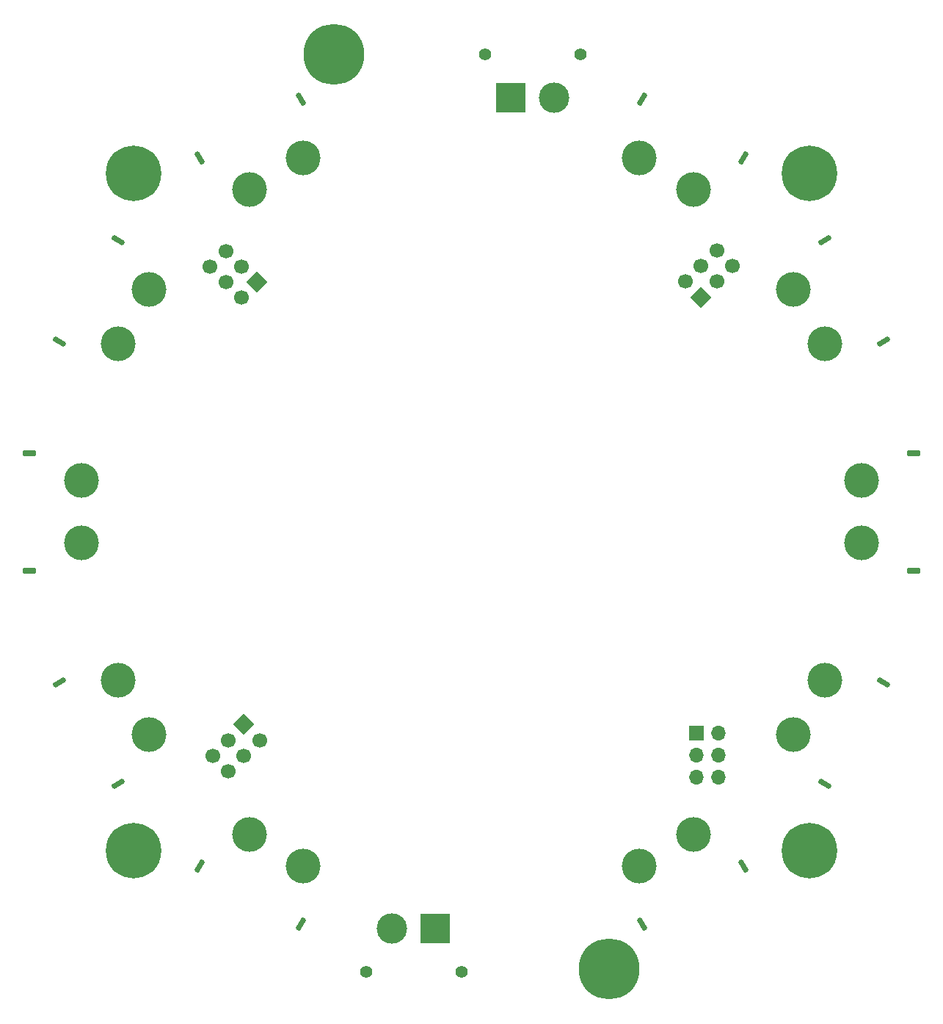
<source format=gbr>
%TF.GenerationSoftware,KiCad,Pcbnew,8.0.0*%
%TF.CreationDate,2024-06-13T18:26:09-04:00*%
%TF.ProjectId,PDB,5044422e-6b69-4636-9164-5f7063625858,rev?*%
%TF.SameCoordinates,Original*%
%TF.FileFunction,Soldermask,Bot*%
%TF.FilePolarity,Negative*%
%FSLAX46Y46*%
G04 Gerber Fmt 4.6, Leading zero omitted, Abs format (unit mm)*
G04 Created by KiCad (PCBNEW 8.0.0) date 2024-06-13 18:26:09*
%MOMM*%
%LPD*%
G01*
G04 APERTURE LIST*
G04 Aperture macros list*
%AMRoundRect*
0 Rectangle with rounded corners*
0 $1 Rounding radius*
0 $2 $3 $4 $5 $6 $7 $8 $9 X,Y pos of 4 corners*
0 Add a 4 corners polygon primitive as box body*
4,1,4,$2,$3,$4,$5,$6,$7,$8,$9,$2,$3,0*
0 Add four circle primitives for the rounded corners*
1,1,$1+$1,$2,$3*
1,1,$1+$1,$4,$5*
1,1,$1+$1,$6,$7*
1,1,$1+$1,$8,$9*
0 Add four rect primitives between the rounded corners*
20,1,$1+$1,$2,$3,$4,$5,0*
20,1,$1+$1,$4,$5,$6,$7,0*
20,1,$1+$1,$6,$7,$8,$9,0*
20,1,$1+$1,$8,$9,$2,$3,0*%
%AMHorizOval*
0 Thick line with rounded ends*
0 $1 width*
0 $2 $3 position (X,Y) of the first rounded end (center of the circle)*
0 $4 $5 position (X,Y) of the second rounded end (center of the circle)*
0 Add line between two ends*
20,1,$1,$2,$3,$4,$5,0*
0 Add two circle primitives to create the rounded ends*
1,1,$1,$2,$3*
1,1,$1,$4,$5*%
%AMRotRect*
0 Rectangle, with rotation*
0 The origin of the aperture is its center*
0 $1 length*
0 $2 width*
0 $3 Rotation angle, in degrees counterclockwise*
0 Add horizontal line*
21,1,$1,$2,0,0,$3*%
G04 Aperture macros list end*
%ADD10C,6.400000*%
%ADD11RoundRect,0.150000X-0.637917X-0.195096X-0.487917X-0.454904X0.637917X0.195096X0.487917X0.454904X0*%
%ADD12C,4.000000*%
%ADD13RoundRect,0.150000X-0.650000X0.150000X-0.650000X-0.150000X0.650000X-0.150000X0.650000X0.150000X0*%
%ADD14RoundRect,0.150000X0.650000X-0.150000X0.650000X0.150000X-0.650000X0.150000X-0.650000X-0.150000X0*%
%ADD15RotRect,1.700000X1.700000X135.000000*%
%ADD16HorizOval,1.700000X0.000000X0.000000X0.000000X0.000000X0*%
%ADD17RoundRect,0.150000X-0.487917X0.454904X-0.637917X0.195096X0.487917X-0.454904X0.637917X-0.195096X0*%
%ADD18RotRect,1.700000X1.700000X315.000000*%
%ADD19HorizOval,1.700000X0.000000X0.000000X0.000000X0.000000X0*%
%ADD20C,1.400000*%
%ADD21R,3.500000X3.500000*%
%ADD22C,3.500000*%
%ADD23R,1.700000X1.700000*%
%ADD24O,1.700000X1.700000*%
%ADD25RoundRect,0.150000X-0.454904X-0.487917X-0.195096X-0.637917X0.454904X0.487917X0.195096X0.637917X0*%
%ADD26RotRect,1.700000X1.700000X225.000000*%
%ADD27HorizOval,1.700000X0.000000X0.000000X0.000000X0.000000X0*%
%ADD28RoundRect,0.150000X0.195096X-0.637917X0.454904X-0.487917X-0.195096X0.637917X-0.454904X0.487917X0*%
%ADD29RoundRect,0.150000X0.487917X-0.454904X0.637917X-0.195096X-0.487917X0.454904X-0.637917X0.195096X0*%
%ADD30RoundRect,0.150000X0.637917X0.195096X0.487917X0.454904X-0.637917X-0.195096X-0.487917X-0.454904X0*%
%ADD31RoundRect,0.150000X0.454904X0.487917X0.195096X0.637917X-0.454904X-0.487917X-0.195096X-0.637917X0*%
%ADD32RoundRect,0.150000X-0.195096X0.637917X-0.454904X0.487917X0.195096X-0.637917X0.454904X-0.487917X0*%
%ADD33C,5.000000*%
%ADD34C,7.000000*%
G04 APERTURE END LIST*
D10*
%TO.C,H3*%
X103780254Y-128455174D03*
%TD*%
D11*
%TO.C,J13*%
X95237742Y-109108693D03*
X101987742Y-120800035D03*
D12*
X105608894Y-115072055D03*
X102008894Y-108836673D03*
%TD*%
D10*
%TO.C,H2*%
X103780254Y-50455174D03*
%TD*%
D13*
%TO.C,J14*%
X91780254Y-82704306D03*
X91780254Y-96204306D03*
D12*
X97780254Y-93054306D03*
X97780254Y-85854306D03*
%TD*%
D14*
%TO.C,J9*%
X193780254Y-96205174D03*
X193780254Y-82705174D03*
D12*
X187780254Y-85855174D03*
X187780254Y-93055174D03*
%TD*%
D15*
%TO.C,J1*%
X169280254Y-64705174D03*
D16*
X167484203Y-62909123D03*
X171076305Y-62909123D03*
X169280254Y-61113072D03*
X172872356Y-61113072D03*
X171076305Y-59317020D03*
%TD*%
D17*
%TO.C,J15*%
X101988176Y-58108693D03*
X95238176Y-69800035D03*
D12*
X102009328Y-70072055D03*
X105609328Y-63836673D03*
%TD*%
D18*
%TO.C,J3*%
X116530254Y-113955174D03*
D19*
X118326305Y-115751225D03*
X114734203Y-115751225D03*
X116530254Y-117547276D03*
X112938152Y-117547276D03*
X114734203Y-119343328D03*
%TD*%
D20*
%TO.C,J6*%
X141636254Y-142461174D03*
X130636254Y-142461174D03*
D21*
X138636254Y-137461174D03*
D22*
X133636254Y-137461174D03*
%TD*%
D23*
%TO.C,J2*%
X168780254Y-114955174D03*
D24*
X171320254Y-114955174D03*
X168780254Y-117495174D03*
X171320254Y-117495174D03*
X168780254Y-120035174D03*
X171320254Y-120035174D03*
%TD*%
D10*
%TO.C,H5*%
X181780254Y-128455174D03*
%TD*%
D25*
%TO.C,J12*%
X111434207Y-130246818D03*
X123125549Y-136996818D03*
D12*
X123397569Y-130225666D03*
X117162187Y-126625666D03*
%TD*%
D26*
%TO.C,J4*%
X118030254Y-62955174D03*
D27*
X116234203Y-64751225D03*
X116234203Y-61159123D03*
X114438152Y-62955174D03*
X114438152Y-59363072D03*
X112642100Y-61159123D03*
%TD*%
D10*
%TO.C,H6*%
X181780254Y-50455174D03*
%TD*%
D20*
%TO.C,J5*%
X144352254Y-36703174D03*
X155352254Y-36703174D03*
D21*
X147352254Y-41703174D03*
D22*
X152352254Y-41703174D03*
%TD*%
D28*
%TO.C,J11*%
X162434207Y-136997252D03*
X174125549Y-130247252D03*
D12*
X168397569Y-126626100D03*
X162162187Y-130226100D03*
%TD*%
D29*
%TO.C,J10*%
X183572332Y-120800787D03*
X190322332Y-109109445D03*
D12*
X183551180Y-108837425D03*
X179951180Y-115072807D03*
%TD*%
D30*
%TO.C,J8*%
X190322766Y-69800787D03*
X183572766Y-58109445D03*
D12*
X179951614Y-63837425D03*
X183551614Y-70072807D03*
%TD*%
D31*
%TO.C,J7*%
X174126301Y-48662662D03*
X162434959Y-41912662D03*
D12*
X162162939Y-48683814D03*
X168398321Y-52283814D03*
%TD*%
D32*
%TO.C,J16*%
X123126301Y-41912228D03*
X111434959Y-48662228D03*
D12*
X117162939Y-52283380D03*
X123398321Y-48683380D03*
%TD*%
D33*
%TO.C,H4*%
X158655254Y-142160174D03*
D34*
X158655254Y-142160174D03*
%TD*%
D33*
%TO.C,H1*%
X126905254Y-36750174D03*
D34*
X126905254Y-36750174D03*
%TD*%
M02*

</source>
